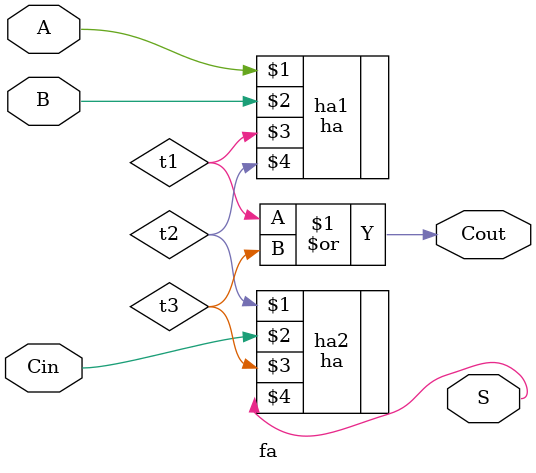
<source format=v>
`timescale 1ns / 1ps

module fa(
    input A,
    input B,
    input Cin,
    output S,
    output Cout
    );
    
    wire t1, t2, t3;
    // Mapeo Implicito //
    ha ha1(A, B, t1, t2);
    
    // Mapeo Implicito //
    ha ha2(t2, Cin, t3, S);
    
    or(Cout, t1, t3);
endmodule

</source>
